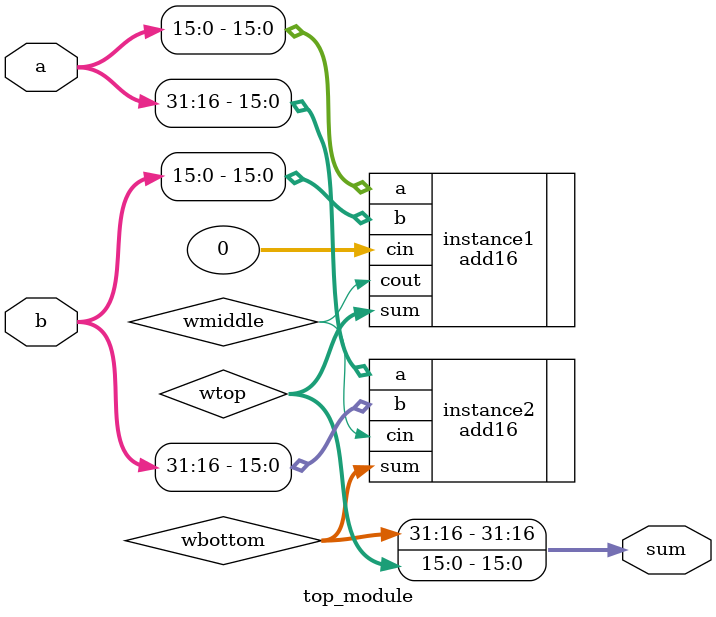
<source format=v>
module top_module(
    input [31:0] a,
    input [31:0] b,
    output [31:0] sum
);
    wire[15:0] wtop;
    wire[31:16] wbottom;
    wire wmiddle;
    add16 instance1 (.a(a[15:0]),.b(b[15:0]),.sum(wtop),.cin(0),.cout(wmiddle));
    add16 instance2 (.a(a[31:16]),.b(b[31:16]),.sum(wbottom),.cin(wmiddle));
    assign sum[15:0]=wtop;
    assign sum[31:16]=wbottom;

endmodule
</source>
